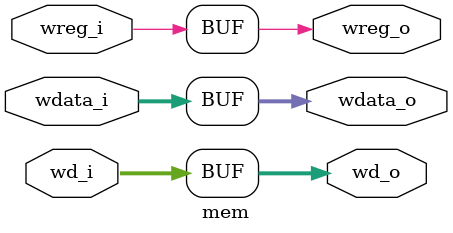
<source format=v>
`timescale 1ns / 1ps



module mem(
    input wire[31:0] wdata_i,
    input wire[4:0] wd_i,
    input wire wreg_i,
    output wire[31:0] wdata_o,
    output wire[4:0] wd_o,
    output wire wreg_o
    );
    assign wreg_o = wreg_i;
    assign wd_o = wd_i;
    assign wdata_o = wdata_i;
    
    
    
    
    
endmodule

</source>
